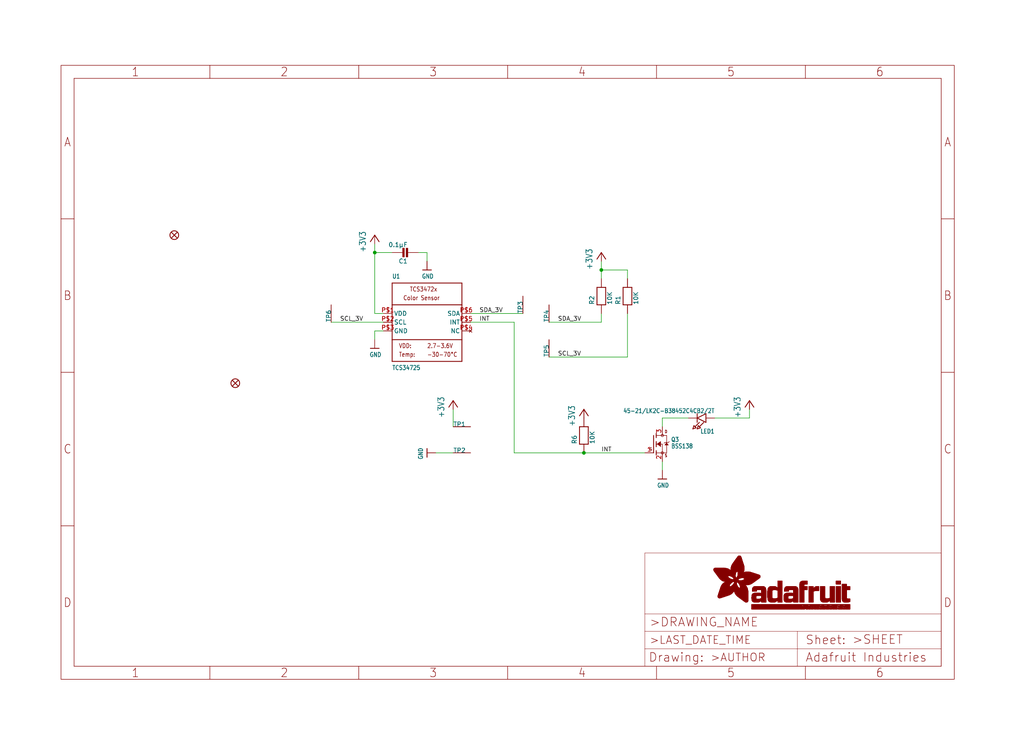
<source format=kicad_sch>
(kicad_sch (version 20211123) (generator eeschema)
  (paper "User" 298.45 217.881)
  (lib_symbols
    (symbol "eagleSchem-eagle-import:+3V3" (power)
      (property "Value" "+3V3" (at -2.54 -5.08 90))
      (symbol "+3V3_1_0"
        (pin power_in line (at 0 -2.54 90) (length 2.54) (name "+3V3") (number "1"))
      )
    )
    (symbol "eagleSchem-eagle-import:CAP_CERAMIC_0805"
      (property "Reference" "C" (at -1.79 0.54 90))
      (property "Value" "CAP_CERAMIC_0805" (at 3 0.54 90))
      (symbol "CAP_CERAMIC_0805_1_0"
        (pin passive line (at 0 5.08 270) (length 2.54) (name "1") (number "1"))
        (pin passive line (at 0 -2.54 90) (length 2.54) (name "2") (number "2"))
      )
    )
    (symbol "eagleSchem-eagle-import:FIDUCIAL{dblquote}{dblquote}")
    (symbol "eagleSchem-eagle-import:FRAME_A4_ADAFRUIT"
      (symbol "FRAME_A4_ADAFRUIT_1_0"
        (text "1" (at 21.6958 1.905 0) (effects (font (size 2.54 2.286))))
        (text "1" (at 21.6958 177.165 0) (effects (font (size 2.54 2.286))))
        (text "2" (at 65.0875 1.905 0) (effects (font (size 2.54 2.286))))
        (text "2" (at 65.0875 177.165 0) (effects (font (size 2.54 2.286))))
        (text "3" (at 108.4792 1.905 0) (effects (font (size 2.54 2.286))))
        (text "3" (at 108.4792 177.165 0) (effects (font (size 2.54 2.286))))
        (text "4" (at 151.8708 1.905 0) (effects (font (size 2.54 2.286))))
        (text "4" (at 151.8708 177.165 0) (effects (font (size 2.54 2.286))))
        (text "5" (at 195.2625 1.905 0) (effects (font (size 2.54 2.286))))
        (text "5" (at 195.2625 177.165 0) (effects (font (size 2.54 2.286))))
        (text "6" (at 238.6542 1.905 0) (effects (font (size 2.54 2.286))))
        (text "6" (at 238.6542 177.165 0) (effects (font (size 2.54 2.286))))
        (text ">AUTHOR" (at 189.23 5.08 0) (effects (font (size 2.286 2.286)) (justify left bottom)))
        (text ">DRAWING_NAME" (at 171.45 15.24 0) (effects (font (size 2.54 2.54)) (justify left bottom)))
        (text ">LAST_DATE_TIME" (at 171.45 10.16 0) (effects (font (size 2.286 2.286)) (justify left bottom)))
        (text ">SHEET" (at 230.505 10.16 0) (effects (font (size 2.54 2.54)) (justify left bottom)))
        (text "A" (at 1.905 156.6863 0) (effects (font (size 2.54 2.286))))
        (text "A" (at 258.445 156.6863 0) (effects (font (size 2.54 2.286))))
        (text "Adafruit Industries" (at 216.916 4.953 0) (effects (font (size 2.54 2.54)) (justify left bottom)))
        (text "B" (at 1.905 111.9188 0) (effects (font (size 2.54 2.286))))
        (text "B" (at 258.445 111.9188 0) (effects (font (size 2.54 2.286))))
        (text "C" (at 1.905 67.1513 0) (effects (font (size 2.54 2.286))))
        (text "C" (at 258.445 67.1513 0) (effects (font (size 2.54 2.286))))
        (text "D" (at 1.905 22.3838 0) (effects (font (size 2.54 2.286))))
        (text "D" (at 258.445 22.3838 0) (effects (font (size 2.54 2.286))))
        (text "Drawing:" (at 171.196 4.953 0) (effects (font (size 2.54 2.54)) (justify left bottom)))
        (text "Sheet:" (at 216.916 10.033 0) (effects (font (size 2.54 2.54)) (justify left bottom)))
      )
    )
    (symbol "eagleSchem-eagle-import:GND" (power)
      (property "Value" "GND" (at -1.524 -2.54 0))
      (symbol "GND_1_0"
        (pin power_in line (at 0 2.54 270) (length 2.54) (name "GND") (number "1"))
      )
    )
    (symbol "eagleSchem-eagle-import:LEDEV45-21"
      (property "Reference" "LED" (at -5.08 3.175 0))
      (property "Value" "LEDEV45-21" (at -5.08 -2.794 0))
      (symbol "LEDEV45-21_1_0"
        (pin passive line (at -5.08 0 0) (length 2.54) (name "A") (number "A"))
        (pin passive line (at 2.54 0 180) (length 2.54) (name "C") (number "K"))
      )
    )
    (symbol "eagleSchem-eagle-import:LIGHT_TCS3472"
      (property "Value" "LIGHT_TCS3472" (at -10.16 -13.97 0))
      (symbol "LIGHT_TCS3472_1_0"
        (text "-30-70°C" (at 0 -10.16 0) (effects (font (size 1.27 1.0795)) (justify left bottom)))
        (text "2.7-3.6V" (at 0 -7.62 0) (effects (font (size 1.27 1.0795)) (justify left bottom)))
        (text "Color Sensor" (at -6.985 6.35 0) (effects (font (size 1.27 1.0795)) (justify left bottom)))
        (text "TCS3472x" (at -5.08 8.89 0) (effects (font (size 1.27 1.0795)) (justify left bottom)))
        (text "Temp:" (at -8.255 -10.16 0) (effects (font (size 1.27 1.0795)) (justify left bottom)))
        (text "VDD:" (at -8.255 -7.62 0) (effects (font (size 1.27 1.0795)) (justify left bottom)))
        (pin power_in line (at -12.7 2.54 0) (length 2.54) (name "VDD") (number "P$1"))
        (pin bidirectional line (at -12.7 0 0) (length 2.54) (name "SCL") (number "P$2"))
        (pin power_in line (at -12.7 -2.54 0) (length 2.54) (name "GND") (number "P$3"))
        (pin no_connect line (at 12.7 -2.54 180) (length 2.54) (name "NC") (number "P$4"))
        (pin output line (at 12.7 0 180) (length 2.54) (name "INT") (number "P$5"))
        (pin bidirectional line (at 12.7 2.54 180) (length 2.54) (name "SDA") (number "P$6"))
      )
    )
    (symbol "eagleSchem-eagle-import:MOSFET-NWIDE"
      (property "Reference" "Q" (at 5.08 0.635 0))
      (property "Value" "MOSFET-NWIDE" (at 5.08 -1.27 0))
      (symbol "MOSFET-NWIDE_1_0"
        (text "D" (at 3.175 3.175 0) (effects (font (size 0.8128 0.6908)) (justify left bottom)))
        (text "G" (at -1.27 -1.905 0) (effects (font (size 0.8128 0.6908)) (justify left bottom)))
        (text "S" (at 3.175 -3.81 0) (effects (font (size 0.8128 0.6908)) (justify left bottom)))
        (pin bidirectional line (at -2.54 -2.54 0) (length 2.54) (name "G") (number "1"))
        (pin bidirectional line (at 2.54 -5.08 90) (length 2.54) (name "S") (number "2"))
        (pin bidirectional line (at 2.54 5.08 270) (length 2.54) (name "D") (number "3"))
      )
    )
    (symbol "eagleSchem-eagle-import:RESISTOR_0805"
      (property "Reference" "R" (at -2.54 2.032 0))
      (property "Value" "RESISTOR_0805" (at -2.54 -3.175 0))
      (symbol "RESISTOR_0805_1_0"
        (pin passive line (at -5.08 0 0) (length 2.54) (name "1") (number "1"))
        (pin passive line (at 5.08 0 180) (length 2.54) (name "2") (number "2"))
      )
    )
    (symbol "eagleSchem-eagle-import:SEWTAP0.5IN"
      (property "Reference" "TP" (at 0 0 0))
      (symbol "SEWTAP0.5IN_1_0"
        (pin bidirectional line (at 0 0 0) (length 5.08) (name "SEW") (number "TAP"))
      )
    )
  )
  (junction (at 109.22 73.66))
  (junction (at 175.26 78.74))
  (junction (at 170.18 132.08))
  (wire (pts (xy 127 132.08) (xy 132.08 132.08)))
  (wire (pts (xy 175.26 91.44) (xy 175.26 93.98)))
  (wire (pts (xy 124.46 73.66) (xy 124.46 76.2)))
  (wire (pts (xy 218.44 121.92) (xy 208.28 121.92)))
  (wire (pts (xy 200.66 121.92) (xy 193.04 121.92)))
  (wire (pts (xy 109.22 73.66) (xy 114.3 73.66)))
  (wire (pts (xy 132.08 119.38) (xy 132.08 124.46)))
  (wire (pts (xy 175.26 81.28) (xy 175.26 78.74)))
  (wire (pts (xy 182.88 104.14) (xy 160.02 104.14)))
  (wire (pts (xy 109.22 96.52) (xy 109.22 99.06)))
  (wire (pts (xy 182.88 81.28) (xy 182.88 78.74)))
  (wire (pts (xy 175.26 78.74) (xy 182.88 78.74)))
  (wire (pts (xy 111.76 91.44) (xy 109.22 91.44)))
  (wire (pts (xy 187.96 132.08) (xy 170.18 132.08)))
  (wire (pts (xy 218.44 121.92) (xy 218.44 119.38)))
  (wire (pts (xy 193.04 134.62) (xy 193.04 137.16)))
  (wire (pts (xy 193.04 121.92) (xy 193.04 124.46)))
  (wire (pts (xy 111.76 96.52) (xy 109.22 96.52)))
  (wire (pts (xy 109.22 73.66) (xy 109.22 71.12)))
  (wire (pts (xy 175.26 76.2) (xy 175.26 78.74)))
  (wire (pts (xy 121.92 73.66) (xy 124.46 73.66)))
  (wire (pts (xy 182.88 91.44) (xy 182.88 104.14)))
  (wire (pts (xy 111.76 93.98) (xy 96.52 93.98)))
  (wire (pts (xy 170.18 132.08) (xy 149.86 132.08)))
  (wire (pts (xy 109.22 91.44) (xy 109.22 73.66)))
  (wire (pts (xy 152.4 91.44) (xy 137.16 91.44)))
  (wire (pts (xy 175.26 93.98) (xy 160.02 93.98)))
  (wire (pts (xy 149.86 132.08) (xy 149.86 93.98)))
  (wire (pts (xy 137.16 93.98) (xy 149.86 93.98)))
  (label "INT" (at 139.7 93.98 0) (effects (font (size 1.2446 1.2446))))
  (label "SCL_3V" (at 99.06 93.98 0) (effects (font (size 1.2446 1.2446))))
  (label "SDA_3V" (at 162.56 93.98 0) (effects (font (size 1.2446 1.2446))))
  (label "INT" (at 175.26 132.08 0) (effects (font (size 1.2446 1.2446))))
  (label "SDA_3V" (at 139.7 91.44 0) (effects (font (size 1.2446 1.2446))))
  (label "SCL_3V" (at 162.56 104.14 0) (effects (font (size 1.2446 1.2446))))
  (symbol (lib_id "eagleSchem-eagle-import:RESISTOR_0805") (at 170.18 127 90) (unit 1)
    (property "Reference" "R6" (at 168.148 129.54 0) (effects (justify left bottom)))
    (property "Value" "10K" (at 173.355 129.54 0) (effects (justify left bottom)))
    (property "Footprint" "eagleSchem:_0805" (effects hide))
  )
  (symbol (lib_id "eagleSchem-eagle-import:SEWTAP0.5IN") (at 132.08 132.08 0) (unit 1)
    (property "Reference" "TP2" (at 132.08 132.08 0) (effects (justify left bottom)))
    (property "Value" "SEWTAP0.5IN" (effects hide))
    (property "Footprint" "eagleSchem:SEWINGTAP_0.5" (effects hide))
  )
  (symbol (lib_id "eagleSchem-eagle-import:+3V3") (at 109.22 68.58 0) (unit 1)
    (property "Reference" "#+3V3" (effects hide))
    (property "Value" "+3V3" (at 106.68 73.66 90) (effects (font (size 1.778 1.5113)) (justify left bottom)))
    (property "Footprint" "eagleSchem:" (effects hide))
  )
  (symbol (lib_id "eagleSchem-eagle-import:GND") (at 109.22 101.6 0) (unit 1)
    (property "Reference" "#U$3" (effects hide))
    (property "Value" "GND" (at 107.696 104.14 0) (effects (font (size 1.27 1.0795)) (justify left bottom)))
    (property "Footprint" "eagleSchem:" (effects hide))
  )
  (symbol (lib_id "eagleSchem-eagle-import:RESISTOR_0805") (at 182.88 86.36 90) (unit 1)
    (property "Reference" "R1" (at 180.848 88.9 0) (effects (justify left bottom)))
    (property "Value" "10K" (at 186.055 88.9 0) (effects (justify left bottom)))
    (property "Footprint" "eagleSchem:_0805" (effects hide))
  )
  (symbol (lib_id "eagleSchem-eagle-import:GND") (at 124.46 78.74 0) (unit 1)
    (property "Reference" "#U$4" (effects hide))
    (property "Value" "GND" (at 122.936 81.28 0) (effects (font (size 1.27 1.0795)) (justify left bottom)))
    (property "Footprint" "eagleSchem:" (effects hide))
  )
  (symbol (lib_id "eagleSchem-eagle-import:+3V3") (at 132.08 116.84 0) (unit 1)
    (property "Reference" "#+3V1" (effects hide))
    (property "Value" "+3V3" (at 129.54 121.92 90) (effects (font (size 1.778 1.5113)) (justify left bottom)))
    (property "Footprint" "eagleSchem:" (effects hide))
  )
  (symbol (lib_id "eagleSchem-eagle-import:LIGHT_TCS3472") (at 124.46 93.98 0) (unit 1)
    (property "Reference" "U1" (at 114.3 81.28 0) (effects (font (size 1.27 1.0795)) (justify left bottom)))
    (property "Value" "TCS34725" (at 114.3 107.95 0) (effects (font (size 1.27 1.0795)) (justify left bottom)))
    (property "Footprint" "eagleSchem:TCS3472_FN6" (effects hide))
  )
  (symbol (lib_id "eagleSchem-eagle-import:SEWTAP0.5IN") (at 160.02 104.14 90) (unit 1)
    (property "Reference" "TP5" (at 160.02 104.14 0) (effects (justify left bottom)))
    (property "Value" "SEWTAP0.5IN" (effects hide))
    (property "Footprint" "eagleSchem:SEWINGTAP_0.5" (effects hide))
  )
  (symbol (lib_id "eagleSchem-eagle-import:SEWTAP0.5IN") (at 152.4 91.44 90) (unit 1)
    (property "Reference" "TP3" (at 152.4 91.44 0) (effects (justify left bottom)))
    (property "Value" "SEWTAP0.5IN" (effects hide))
    (property "Footprint" "eagleSchem:SEWINGTAP_0.5" (effects hide))
  )
  (symbol (lib_id "eagleSchem-eagle-import:+3V3") (at 170.18 119.38 0) (unit 1)
    (property "Reference" "#+3V6" (effects hide))
    (property "Value" "+3V3" (at 167.64 124.46 90) (effects (font (size 1.778 1.5113)) (justify left bottom)))
    (property "Footprint" "eagleSchem:" (effects hide))
  )
  (symbol (lib_id "eagleSchem-eagle-import:+3V3") (at 175.26 73.66 0) (unit 1)
    (property "Reference" "#+3V4" (effects hide))
    (property "Value" "+3V3" (at 172.72 78.74 90) (effects (font (size 1.778 1.5113)) (justify left bottom)))
    (property "Footprint" "eagleSchem:" (effects hide))
  )
  (symbol (lib_id "eagleSchem-eagle-import:FRAME_A4_ADAFRUIT") (at 17.78 198.12 0) (unit 1)
    (property "Reference" "#U$1" (effects hide))
    (property "Value" "FRAME_A4_ADAFRUIT" (effects hide))
    (property "Footprint" "eagleSchem:" (effects hide))
  )
  (symbol (lib_id "eagleSchem-eagle-import:SEWTAP0.5IN") (at 96.52 93.98 90) (unit 1)
    (property "Reference" "TP6" (at 96.52 93.98 0) (effects (justify left bottom)))
    (property "Value" "SEWTAP0.5IN" (effects hide))
    (property "Footprint" "eagleSchem:SEWINGTAP_0.5" (effects hide))
  )
  (symbol (lib_id "eagleSchem-eagle-import:MOSFET-NWIDE") (at 190.5 129.54 0) (unit 1)
    (property "Reference" "Q3" (at 195.58 128.905 0) (effects (font (size 1.27 1.0795)) (justify left bottom)))
    (property "Value" "BSS138" (at 195.58 130.81 0) (effects (font (size 1.27 1.0795)) (justify left bottom)))
    (property "Footprint" "eagleSchem:SOT23-WIDE" (effects hide))
  )
  (symbol (lib_id "eagleSchem-eagle-import:FIDUCIAL{dblquote}{dblquote}") (at 68.58 111.76 0) (unit 1)
    (property "Reference" "FID1" (effects hide))
    (property "Value" "FIDUCIAL{dblquote}{dblquote}" (effects hide))
    (property "Footprint" "eagleSchem:FIDUCIAL_1MM" (effects hide))
  )
  (symbol (lib_id "eagleSchem-eagle-import:RESISTOR_0805") (at 175.26 86.36 90) (unit 1)
    (property "Reference" "R2" (at 173.228 88.9 0) (effects (justify left bottom)))
    (property "Value" "10K" (at 178.435 88.9 0) (effects (justify left bottom)))
    (property "Footprint" "eagleSchem:_0805" (effects hide))
  )
  (symbol (lib_id "eagleSchem-eagle-import:GND") (at 124.46 132.08 270) (unit 1)
    (property "Reference" "#U$6" (effects hide))
    (property "Value" "GND" (at 121.92 130.556 0) (effects (font (size 1.27 1.0795)) (justify left bottom)))
    (property "Footprint" "eagleSchem:" (effects hide))
  )
  (symbol (lib_id "eagleSchem-eagle-import:CAP_CERAMIC_0805") (at 119.38 73.66 90) (unit 1)
    (property "Reference" "C1" (at 118.84 75.45 90) (effects (justify left bottom)))
    (property "Value" "0.1µF" (at 118.84 70.66 90) (effects (justify left bottom)))
    (property "Footprint" "eagleSchem:_0805" (effects hide))
  )
  (symbol (lib_id "eagleSchem-eagle-import:SEWTAP0.5IN") (at 132.08 124.46 0) (unit 1)
    (property "Reference" "TP1" (at 132.08 124.46 0) (effects (justify left bottom)))
    (property "Value" "SEWTAP0.5IN" (effects hide))
    (property "Footprint" "eagleSchem:SEWINGTAP_0.5" (effects hide))
  )
  (symbol (lib_id "eagleSchem-eagle-import:LEDEV45-21") (at 203.2 121.92 180) (unit 1)
    (property "Reference" "LED1" (at 208.28 125.095 0) (effects (font (size 1.27 1.0795)) (justify left bottom)))
    (property "Value" "45-21/LK2C-B38452C4CB2/2T" (at 208.28 119.126 0) (effects (font (size 1.27 1.0795)) (justify left bottom)))
    (property "Footprint" "eagleSchem:EVERLIGHT_45-21" (effects hide))
  )
  (symbol (lib_id "eagleSchem-eagle-import:+3V3") (at 218.44 116.84 0) (unit 1)
    (property "Reference" "#+3V5" (effects hide))
    (property "Value" "+3V3" (at 215.9 121.92 90) (effects (font (size 1.778 1.5113)) (justify left bottom)))
    (property "Footprint" "eagleSchem:" (effects hide))
  )
  (symbol (lib_id "eagleSchem-eagle-import:FIDUCIAL{dblquote}{dblquote}") (at 50.8 68.58 0) (unit 1)
    (property "Reference" "FID2" (effects hide))
    (property "Value" "FIDUCIAL{dblquote}{dblquote}" (effects hide))
    (property "Footprint" "eagleSchem:FIDUCIAL_1MM" (effects hide))
  )
  (symbol (lib_id "eagleSchem-eagle-import:GND") (at 193.04 139.7 0) (unit 1)
    (property "Reference" "#U$5" (effects hide))
    (property "Value" "GND" (at 191.516 142.24 0) (effects (font (size 1.27 1.0795)) (justify left bottom)))
    (property "Footprint" "eagleSchem:" (effects hide))
  )
  (symbol (lib_id "eagleSchem-eagle-import:SEWTAP0.5IN") (at 160.02 93.98 90) (unit 1)
    (property "Reference" "TP4" (at 160.02 93.98 0) (effects (justify left bottom)))
    (property "Value" "SEWTAP0.5IN" (effects hide))
    (property "Footprint" "eagleSchem:SEWINGTAP_0.5" (effects hide))
  )
)
</source>
